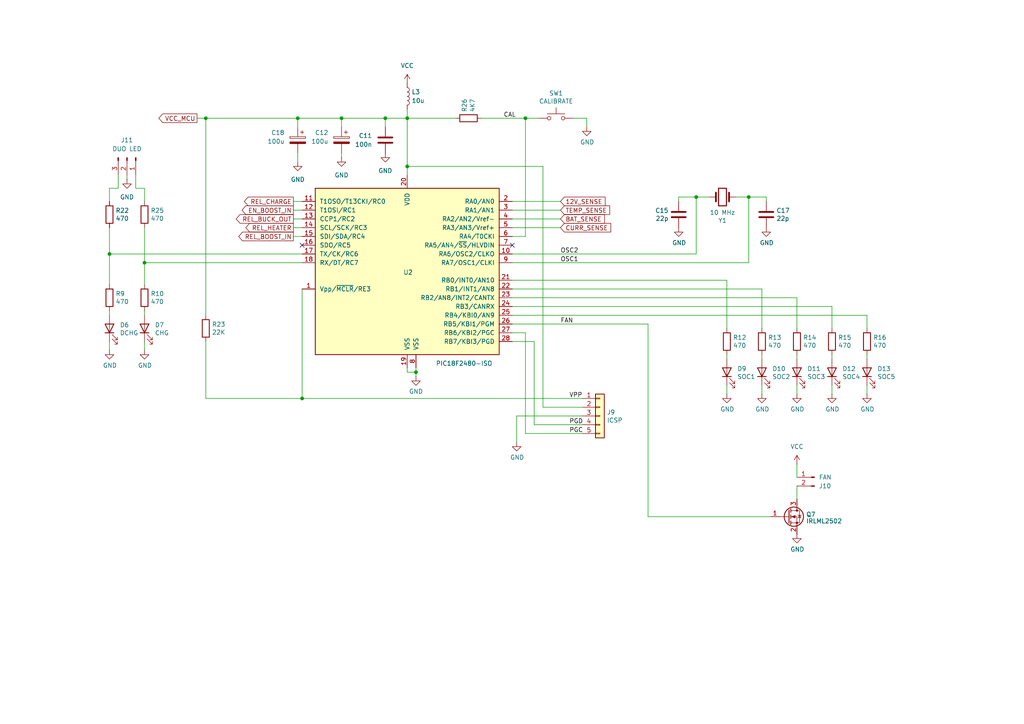
<source format=kicad_sch>
(kicad_sch (version 20231120) (generator "eeschema") (generator_version "8.0")
  (paper "A4")
  (title_block (date "2025-01-05") (rev "1.2"))
  (lib_symbols
    (symbol "Connector:Conn_01x02_Pin" (pin_names (offset 1.016) hide)
      (property "Reference" "J" (at 0 2.54 0))
      (property "Value" "Conn_01x02_Pin" (at 0 -5.08 0))
      (symbol "Conn_01x02_Pin_1_1"
        (polyline (pts (xy 1.27 -2.54) (xy 0.8636 -2.54)) (stroke (width 0.1524)))
        (polyline (pts (xy 1.27 0) (xy 0.8636 0)) (stroke (width 0.1524)))
        (rectangle (start 0.8636 -2.413) (end 0 -2.667) (stroke (width 0.1524)) (fill (type outline)))
        (rectangle (start 0.8636 0.127) (end 0 -0.127) (stroke (width 0.1524)) (fill (type outline)))
        (pin passive line (at 5.08 0 180) (length 3.81) (name "Pin_1") (number "1"))
        (pin passive line (at 5.08 -2.54 180) (length 3.81) (name "Pin_2") (number "2"))
      )
    )
    (symbol "Connector:Conn_01x03_Pin" (pin_names (offset 1.016) hide)
      (property "Reference" "J" (at 0 5.08 0))
      (property "Value" "Conn_01x03_Pin" (at 0 -5.08 0))
      (symbol "Conn_01x03_Pin_1_1"
        (polyline (pts (xy 1.27 -2.54) (xy 0.8636 -2.54)) (stroke (width 0.1524)))
        (polyline (pts (xy 1.27 0) (xy 0.8636 0)) (stroke (width 0.1524)))
        (polyline (pts (xy 1.27 2.54) (xy 0.8636 2.54)) (stroke (width 0.1524)))
        (rectangle (start 0.8636 -2.413) (end 0 -2.667) (stroke (width 0.1524)) (fill (type outline)))
        (rectangle (start 0.8636 0.127) (end 0 -0.127) (stroke (width 0.1524)) (fill (type outline)))
        (rectangle (start 0.8636 2.667) (end 0 2.413) (stroke (width 0.1524)) (fill (type outline)))
        (pin passive line (at 5.08 2.54 180) (length 3.81) (name "Pin_1") (number "1"))
        (pin passive line (at 5.08 0 180) (length 3.81) (name "Pin_2") (number "2"))
        (pin passive line (at 5.08 -2.54 180) (length 3.81) (name "Pin_3") (number "3"))
      )
    )
    (symbol "Connector_Generic:Conn_01x05" (pin_names (offset 1.016) hide)
      (property "Reference" "J" (at 0 7.62 0))
      (property "Value" "Conn_01x05" (at 0 -7.62 0))
      (symbol "Conn_01x05_1_1"
        (rectangle (start -1.27 -4.953) (end 0 -5.207) (stroke (width 0.1524)))
        (rectangle (start -1.27 -2.413) (end 0 -2.667) (stroke (width 0.1524)))
        (rectangle (start -1.27 0.127) (end 0 -0.127) (stroke (width 0.1524)))
        (rectangle (start -1.27 2.667) (end 0 2.413) (stroke (width 0.1524)))
        (rectangle (start -1.27 5.207) (end 0 4.953) (stroke (width 0.1524)))
        (rectangle (start -1.27 6.35) (end 1.27 -6.35) (stroke (width 0.254)) (fill (type background)))
        (pin passive line (at -5.08 5.08 0) (length 3.81) (name "Pin_1") (number "1"))
        (pin passive line (at -5.08 2.54 0) (length 3.81) (name "Pin_2") (number "2"))
        (pin passive line (at -5.08 0 0) (length 3.81) (name "Pin_3") (number "3"))
        (pin passive line (at -5.08 -2.54 0) (length 3.81) (name "Pin_4") (number "4"))
        (pin passive line (at -5.08 -5.08 0) (length 3.81) (name "Pin_5") (number "5"))
      )
    )
    (symbol "Device:C" (pin_numbers hide) (pin_names (offset 0.254))
      (property "Reference" "C" (at 0.635 2.54 0))
      (property "Value" "C" (at 0.635 -2.54 0))
      (symbol "C_0_1"
        (polyline (pts (xy -2.032 -0.762) (xy 2.032 -0.762)) (stroke (width 0.508)))
        (polyline (pts (xy -2.032 0.762) (xy 2.032 0.762)) (stroke (width 0.508)))
      )
      (symbol "C_1_1"
        (pin passive line (at 0 3.81 270) (length 2.794) (name "~") (number "1"))
        (pin passive line (at 0 -3.81 90) (length 2.794) (name "~") (number "2"))
      )
    )
    (symbol "Device:C_Polarized" (pin_numbers hide) (pin_names (offset 0.254))
      (property "Reference" "C" (at 0.635 2.54 0))
      (property "Value" "C_Polarized" (at 0.635 -2.54 0))
      (symbol "C_Polarized_0_1"
        (rectangle (start -2.286 0.508) (end 2.286 1.016))
        (polyline (pts (xy -1.778 2.286) (xy -0.762 2.286)))
        (polyline (pts (xy -1.27 2.794) (xy -1.27 1.778)))
        (rectangle (start 2.286 -0.508) (end -2.286 -1.016) (fill (type outline)))
      )
      (symbol "C_Polarized_1_1"
        (pin passive line (at 0 3.81 270) (length 2.794) (name "~") (number "1"))
        (pin passive line (at 0 -3.81 90) (length 2.794) (name "~") (number "2"))
      )
    )
    (symbol "Device:Crystal" (pin_numbers hide) (pin_names (offset 1.016) hide)
      (property "Reference" "Y" (at 0 3.81 0))
      (property "Value" "Crystal" (at 0 -3.81 0))
      (symbol "Crystal_0_1"
        (rectangle (start -1.143 2.54) (end 1.143 -2.54) (stroke (width 0.3048)))
        (polyline (pts (xy -2.54 0) (xy -1.905 0)))
        (polyline (pts (xy -1.905 -1.27) (xy -1.905 1.27)) (stroke (width 0.508)))
        (polyline (pts (xy 1.905 -1.27) (xy 1.905 1.27)) (stroke (width 0.508)))
        (polyline (pts (xy 2.54 0) (xy 1.905 0)))
      )
      (symbol "Crystal_1_1"
        (pin passive line (at -3.81 0 0) (length 1.27) (name "1") (number "1"))
        (pin passive line (at 3.81 0 180) (length 1.27) (name "2") (number "2"))
      )
    )
    (symbol "Device:L" (pin_numbers hide) (pin_names (offset 1.016) hide)
      (property "Reference" "L" (at -1.27 0 90))
      (property "Value" "L" (at 1.905 0 90))
      (symbol "L_0_1"
        (arc (start 0 -2.54) (mid 0.6323 -1.905) (end 0 -1.27))
        (arc (start 0 -1.27) (mid 0.6323 -0.635) (end 0 0))
        (arc (start 0 0) (mid 0.6323 0.635) (end 0 1.27))
        (arc (start 0 1.27) (mid 0.6323 1.905) (end 0 2.54))
      )
      (symbol "L_1_1"
        (pin passive line (at 0 3.81 270) (length 1.27) (name "1") (number "1"))
        (pin passive line (at 0 -3.81 90) (length 1.27) (name "2") (number "2"))
      )
    )
    (symbol "Device:LED" (pin_numbers hide) (pin_names (offset 1.016) hide)
      (property "Reference" "D" (at 0 2.54 0))
      (property "Value" "LED" (at 0 -2.54 0))
      (symbol "LED_0_1"
        (polyline (pts (xy -1.27 -1.27) (xy -1.27 1.27)) (stroke (width 0.254)))
        (polyline (pts (xy -1.27 0) (xy 1.27 0)))
        (polyline (pts (xy 1.27 -1.27) (xy 1.27 1.27) (xy -1.27 0) (xy 1.27 -1.27)) (stroke (width 0.254)))
        (polyline (pts (xy -3.048 -0.762) (xy -4.572 -2.286) (xy -3.81 -2.286) (xy -4.572 -2.286) (xy -4.572 -1.524)))
        (polyline (pts (xy -1.778 -0.762) (xy -3.302 -2.286) (xy -2.54 -2.286) (xy -3.302 -2.286) (xy -3.302 -1.524)))
      )
      (symbol "LED_1_1"
        (pin passive line (at -3.81 0 0) (length 2.54) (name "K") (number "1"))
        (pin passive line (at 3.81 0 180) (length 2.54) (name "A") (number "2"))
      )
    )
    (symbol "Device:R" (pin_numbers hide) (pin_names (offset 0))
      (property "Reference" "R" (at 2.032 0 90))
      (property "Value" "R" (at 0 0 90))
      (symbol "R_0_1"
        (rectangle (start -1.016 -2.54) (end 1.016 2.54) (stroke (width 0.254)))
      )
      (symbol "R_1_1"
        (pin passive line (at 0 3.81 270) (length 1.27) (name "~") (number "1"))
        (pin passive line (at 0 -3.81 90) (length 1.27) (name "~") (number "2"))
      )
    )
    (symbol "Switch:SW_Push" (pin_numbers hide) (pin_names (offset 1.016) hide)
      (property "Reference" "SW" (at 1.27 2.54 0))
      (property "Value" "SW_Push" (at 0 -1.524 0))
      (symbol "SW_Push_0_1"
        (circle (center -2.032 0) (radius 0.508))
        (polyline (pts (xy 0 1.27) (xy 0 3.048)))
        (polyline (pts (xy 2.54 1.27) (xy -2.54 1.27)))
        (circle (center 2.032 0) (radius 0.508))
        (pin passive line (at -5.08 0 0) (length 2.54) (name "1") (number "1"))
        (pin passive line (at 5.08 0 180) (length 2.54) (name "2") (number "2"))
      )
    )
    (symbol "Transistor_FET:BSS138" (pin_names hide)
      (property "Reference" "Q" (at 5.08 1.905 0))
      (property "Value" "BSS138" (at 5.08 0 0))
      (symbol "BSS138_0_1"
        (polyline (pts (xy 0.254 0) (xy -2.54 0)))
        (polyline (pts (xy 0.254 1.905) (xy 0.254 -1.905)) (stroke (width 0.254)))
        (polyline (pts (xy 0.762 -1.27) (xy 0.762 -2.286)) (stroke (width 0.254)))
        (polyline (pts (xy 0.762 0.508) (xy 0.762 -0.508)) (stroke (width 0.254)))
        (polyline (pts (xy 0.762 2.286) (xy 0.762 1.27)) (stroke (width 0.254)))
        (polyline (pts (xy 2.54 2.54) (xy 2.54 1.778)))
        (polyline (pts (xy 2.54 -2.54) (xy 2.54 0) (xy 0.762 0)))
        (polyline (pts (xy 0.762 -1.778) (xy 3.302 -1.778) (xy 3.302 1.778) (xy 0.762 1.778)))
        (polyline (pts (xy 1.016 0) (xy 2.032 0.381) (xy 2.032 -0.381) (xy 1.016 0)) (fill (type outline)))
        (polyline (pts (xy 2.794 0.508) (xy 2.921 0.381) (xy 3.683 0.381) (xy 3.81 0.254)))
        (polyline (pts (xy 3.302 0.381) (xy 2.921 -0.254) (xy 3.683 -0.254) (xy 3.302 0.381)))
        (circle (center 1.651 0) (radius 2.794) (stroke (width 0.254)))
        (circle (center 2.54 -1.778) (radius 0.254) (fill (type outline)))
        (circle (center 2.54 1.778) (radius 0.254) (fill (type outline)))
      )
      (symbol "BSS138_1_1"
        (pin input line (at -5.08 0 0) (length 2.54) (name "G") (number "1"))
        (pin passive line (at 2.54 -5.08 90) (length 2.54) (name "S") (number "2"))
        (pin passive line (at 2.54 5.08 270) (length 2.54) (name "D") (number "3"))
      )
    )
    (symbol "power:GND" (power) (pin_numbers hide) (pin_names (offset 0) hide)
      (property "Value" "GND" (at 0 -3.81 0))
      (symbol "GND_0_1"
        (polyline (pts (xy 0 0) (xy 0 -1.27) (xy 1.27 -1.27) (xy 0 -2.54) (xy -1.27 -1.27) (xy 0 -1.27)))
      )
      (symbol "GND_1_1"
        (pin power_in line (at 0 0 270) (length 0) (name "~") (number "1"))
      )
    )
    (symbol "power:VCC" (power) (pin_numbers hide) (pin_names (offset 0) hide)
      (property "Value" "VCC" (at 0 3.556 0))
      (symbol "VCC_0_1"
        (polyline (pts (xy -0.762 1.27) (xy 0 2.54)))
        (polyline (pts (xy 0 0) (xy 0 2.54)))
        (polyline (pts (xy 0 2.54) (xy 0.762 1.27)))
      )
      (symbol "VCC_1_1"
        (pin power_in line (at 0 0 90) (length 0) (name "~") (number "1"))
      )
    )
    (symbol "spetry:PIC18F2480-ISO" (pin_names (offset 1.27))
      (property "Reference" "U" (at -25.4 25.4 0))
      (property "Value" "PIC18F2480-ISO" (at 16.51 -25.4 0))
      (symbol "PIC18F2480-ISO_0_1"
        (rectangle (start -26.67 24.13) (end 26.67 -24.13) (stroke (width 0.254)) (fill (type background)))
      )
      (symbol "PIC18F2480-ISO_1_1"
        (pin input line (at 30.48 -5.08 180) (length 3.81) (name "Vpp/~{MCLR}/RE3") (number "1"))
        (pin output line (at -30.48 5.08 0) (length 3.81) (name "RA6/OSC2/CLKO") (number "10"))
        (pin bidirectional line (at 30.48 20.32 180) (length 3.81) (name "T1OSO/T13CKI/RC0") (number "11"))
        (pin bidirectional line (at 30.48 17.78 180) (length 3.81) (name "T1OSI/RC1") (number "12"))
        (pin bidirectional line (at 30.48 15.24 180) (length 3.81) (name "CCP1/RC2") (number "13"))
        (pin bidirectional line (at 30.48 12.7 180) (length 3.81) (name "SCL/SCK/RC3") (number "14"))
        (pin bidirectional line (at 30.48 10.16 180) (length 3.81) (name "SDI/SDA/RC4") (number "15"))
        (pin bidirectional line (at 30.48 7.62 180) (length 3.81) (name "SDO/RC5") (number "16"))
        (pin bidirectional line (at 30.48 5.08 180) (length 3.81) (name "TX/CK/RC6") (number "17"))
        (pin bidirectional line (at 30.48 2.54 180) (length 3.81) (name "RX/DT/RC7") (number "18"))
        (pin power_in line (at 0 -27.94 90) (length 3.81) (name "VSS") (number "19"))
        (pin bidirectional line (at -30.48 20.32 0) (length 3.81) (name "RA0/AN0") (number "2"))
        (pin power_in line (at 0 27.94 270) (length 3.81) (name "VDD") (number "20"))
        (pin bidirectional line (at -30.48 -2.54 0) (length 3.81) (name "RB0/INT0/AN10") (number "21"))
        (pin bidirectional line (at -30.48 -5.08 0) (length 3.81) (name "RB1/INT1/AN8") (number "22"))
        (pin bidirectional line (at -30.48 -7.62 0) (length 3.81) (name "RB2/AN8/INT2/CANTX") (number "23"))
        (pin bidirectional line (at -30.48 -10.16 0) (length 3.81) (name "RB3/CANRX") (number "24"))
        (pin bidirectional line (at -30.48 -12.7 0) (length 3.81) (name "RB4/KBI0/AN9") (number "25"))
        (pin bidirectional line (at -30.48 -15.24 0) (length 3.81) (name "RB5/KBI1/PGM") (number "26"))
        (pin bidirectional line (at -30.48 -17.78 0) (length 3.81) (name "RB6/KBI2/PGC") (number "27"))
        (pin bidirectional line (at -30.48 -20.32 0) (length 3.81) (name "RB7/KBI3/PGD") (number "28"))
        (pin bidirectional line (at -30.48 17.78 0) (length 3.81) (name "RA1/AN1") (number "3"))
        (pin bidirectional line (at -30.48 15.24 0) (length 3.81) (name "RA2/AN2/Vref-") (number "4"))
        (pin bidirectional line (at -30.48 12.7 0) (length 3.81) (name "RA3/AN3/Vref+") (number "5"))
        (pin bidirectional line (at -30.48 10.16 0) (length 3.81) (name "RA4/T0CKI") (number "6"))
        (pin bidirectional line (at -30.48 7.62 0) (length 3.81) (name "RA5/AN4/~{SS}/HLVDIN") (number "7"))
        (pin power_in line (at -2.54 -27.94 90) (length 3.81) (name "VSS") (number "8"))
        (pin input line (at -30.48 2.54 0) (length 3.81) (name "RA7/OSC1/CLKI") (number "9"))
      )
    )
  )
  (junction (at 86.36 34.29))
  (junction (at 59.69 34.29))
  (junction (at 41.91 76.2))
  (junction (at 217.17 57.15))
  (junction (at 152.4 34.29))
  (junction (at 31.75 73.66))
  (junction (at 118.11 48.26))
  (junction (at 99.06 34.29))
  (junction (at 201.93 57.15))
  (junction (at 120.65 107.95))
  (junction (at 118.11 34.29))
  (junction (at 111.76 34.29))
  (junction (at 87.63 115.57))
  (no_connect (at 148.59 71.12))
  (no_connect (at 87.63 71.12))
  (wire (pts (xy 39.37 54.61) (xy 39.37 50.8)))
  (wire (pts (xy 86.36 34.29) (xy 99.06 34.29)))
  (wire (pts (xy 31.75 91.44) (xy 31.75 90.17)))
  (wire (pts (xy 231.14 95.25) (xy 231.14 86.36)))
  (wire (pts (xy 231.14 86.36) (xy 148.59 86.36)))
  (wire (pts (xy 118.11 48.26) (xy 157.48 48.26)))
  (wire (pts (xy 86.36 44.45) (xy 86.36 46.99)))
  (wire (pts (xy 241.3 95.25) (xy 241.3 88.9)))
  (wire (pts (xy 86.36 34.29) (xy 86.36 36.83)))
  (wire (pts (xy 231.14 140.97) (xy 231.14 144.78)))
  (wire (pts (xy 157.48 48.26) (xy 157.48 118.11)))
  (wire (pts (xy 120.65 107.95) (xy 120.65 109.22)))
  (wire (pts (xy 99.06 44.45) (xy 99.06 45.72)))
  (wire (pts (xy 31.75 101.6) (xy 31.75 99.06)))
  (wire (pts (xy 210.82 104.14) (xy 210.82 102.87)))
  (wire (pts (xy 31.75 73.66) (xy 87.63 73.66)))
  (wire (pts (xy 41.91 58.42) (xy 41.91 54.61)))
  (wire (pts (xy 148.59 76.2) (xy 217.17 76.2)))
  (wire (pts (xy 118.11 34.29) (xy 118.11 48.26)))
  (wire (pts (xy 111.76 34.29) (xy 111.76 36.83)))
  (wire (pts (xy 111.76 34.29) (xy 118.11 34.29)))
  (wire (pts (xy 152.4 34.29) (xy 156.21 34.29)))
  (wire (pts (xy 59.69 99.06) (xy 59.69 115.57)))
  (wire (pts (xy 231.14 134.62) (xy 231.14 138.43)))
  (wire (pts (xy 85.09 66.04) (xy 87.63 66.04)))
  (wire (pts (xy 168.91 120.65) (xy 149.86 120.65)))
  (wire (pts (xy 34.29 50.8) (xy 34.29 54.61)))
  (wire (pts (xy 170.18 34.29) (xy 170.18 36.83)))
  (wire (pts (xy 41.91 91.44) (xy 41.91 90.17)))
  (wire (pts (xy 152.4 125.73) (xy 152.4 96.52)))
  (wire (pts (xy 148.59 60.96) (xy 162.56 60.96)))
  (wire (pts (xy 152.4 34.29) (xy 152.4 68.58)))
  (wire (pts (xy 139.7 34.29) (xy 152.4 34.29)))
  (wire (pts (xy 149.86 120.65) (xy 149.86 128.27)))
  (wire (pts (xy 222.25 57.15) (xy 222.25 58.42)))
  (wire (pts (xy 187.96 93.98) (xy 148.59 93.98)))
  (wire (pts (xy 217.17 57.15) (xy 217.17 76.2)))
  (wire (pts (xy 59.69 34.29) (xy 86.36 34.29)))
  (wire (pts (xy 168.91 115.57) (xy 87.63 115.57)))
  (wire (pts (xy 251.46 114.3) (xy 251.46 111.76)))
  (wire (pts (xy 85.09 60.96) (xy 87.63 60.96)))
  (wire (pts (xy 217.17 57.15) (xy 222.25 57.15)))
  (wire (pts (xy 154.94 99.06) (xy 148.59 99.06)))
  (wire (pts (xy 59.69 91.44) (xy 59.69 34.29)))
  (wire (pts (xy 85.09 63.5) (xy 87.63 63.5)))
  (wire (pts (xy 31.75 66.04) (xy 31.75 73.66)))
  (wire (pts (xy 196.85 57.15) (xy 201.93 57.15)))
  (wire (pts (xy 231.14 114.3) (xy 231.14 111.76)))
  (wire (pts (xy 87.63 115.57) (xy 87.63 83.82)))
  (wire (pts (xy 118.11 31.75) (xy 118.11 34.29)))
  (wire (pts (xy 152.4 96.52) (xy 148.59 96.52)))
  (wire (pts (xy 99.06 34.29) (xy 111.76 34.29)))
  (wire (pts (xy 118.11 107.95) (xy 120.65 107.95)))
  (wire (pts (xy 201.93 57.15) (xy 201.93 73.66)))
  (wire (pts (xy 251.46 91.44) (xy 148.59 91.44)))
  (wire (pts (xy 210.82 114.3) (xy 210.82 111.76)))
  (wire (pts (xy 154.94 123.19) (xy 154.94 99.06)))
  (wire (pts (xy 85.09 68.58) (xy 87.63 68.58)))
  (wire (pts (xy 241.3 114.3) (xy 241.3 111.76)))
  (wire (pts (xy 118.11 106.68) (xy 118.11 107.95)))
  (wire (pts (xy 241.3 88.9) (xy 148.59 88.9)))
  (wire (pts (xy 220.98 114.3) (xy 220.98 111.76)))
  (wire (pts (xy 41.91 54.61) (xy 39.37 54.61)))
  (wire (pts (xy 41.91 101.6) (xy 41.91 99.06)))
  (wire (pts (xy 251.46 104.14) (xy 251.46 102.87)))
  (wire (pts (xy 41.91 66.04) (xy 41.91 76.2)))
  (wire (pts (xy 59.69 115.57) (xy 87.63 115.57)))
  (wire (pts (xy 118.11 48.26) (xy 118.11 50.8)))
  (wire (pts (xy 157.48 118.11) (xy 168.91 118.11)))
  (wire (pts (xy 152.4 125.73) (xy 168.91 125.73)))
  (wire (pts (xy 120.65 106.68) (xy 120.65 107.95)))
  (wire (pts (xy 31.75 54.61) (xy 34.29 54.61)))
  (wire (pts (xy 223.52 149.86) (xy 187.96 149.86)))
  (wire (pts (xy 99.06 36.83) (xy 99.06 34.29)))
  (wire (pts (xy 220.98 95.25) (xy 220.98 83.82)))
  (wire (pts (xy 251.46 95.25) (xy 251.46 91.44)))
  (wire (pts (xy 31.75 82.55) (xy 31.75 73.66)))
  (wire (pts (xy 210.82 81.28) (xy 148.59 81.28)))
  (wire (pts (xy 41.91 76.2) (xy 87.63 76.2)))
  (wire (pts (xy 148.59 73.66) (xy 201.93 73.66)))
  (wire (pts (xy 220.98 104.14) (xy 220.98 102.87)))
  (wire (pts (xy 148.59 58.42) (xy 162.56 58.42)))
  (wire (pts (xy 187.96 149.86) (xy 187.96 93.98)))
  (wire (pts (xy 36.83 50.8) (xy 36.83 52.07)))
  (wire (pts (xy 241.3 104.14) (xy 241.3 102.87)))
  (wire (pts (xy 210.82 95.25) (xy 210.82 81.28)))
  (wire (pts (xy 148.59 83.82) (xy 220.98 83.82)))
  (wire (pts (xy 217.17 57.15) (xy 213.36 57.15)))
  (wire (pts (xy 148.59 68.58) (xy 152.4 68.58)))
  (wire (pts (xy 231.14 104.14) (xy 231.14 102.87)))
  (wire (pts (xy 41.91 82.55) (xy 41.91 76.2)))
  (wire (pts (xy 154.94 123.19) (xy 168.91 123.19)))
  (wire (pts (xy 166.37 34.29) (xy 170.18 34.29)))
  (wire (pts (xy 196.85 58.42) (xy 196.85 57.15)))
  (wire (pts (xy 118.11 34.29) (xy 132.08 34.29)))
  (wire (pts (xy 57.15 34.29) (xy 59.69 34.29)))
  (wire (pts (xy 148.59 66.04) (xy 162.56 66.04)))
  (wire (pts (xy 31.75 58.42) (xy 31.75 54.61)))
  (wire (pts (xy 205.74 57.15) (xy 201.93 57.15)))
  (wire (pts (xy 148.59 63.5) (xy 162.56 63.5)))
  (wire (pts (xy 85.09 58.42) (xy 87.63 58.42)))
  (label "PGD" (at 165.1 123.19 0))
  (label "OSC1" (at 162.56 76.2 0))
  (label "VPP" (at 165.1 115.57 0))
  (label "OSC2" (at 162.56 73.66 0))
  (label "CAL" (at 146.05 34.29 0))
  (label "FAN" (at 162.56 93.98 0))
  (label "PGC" (at 165.1 125.73 0))
  (global_label "12V_SENSE" (shape input) (at 162.56 58.42 0) (property "Intersheetrefs" "${INTERSHEET_REFS}" (effects (hide yes))))
  (global_label "VCC_MCU" (shape output) (at 57.15 34.29 180) (property "Intersheetrefs" "${INTERSHEET_REFS}" (effects (hide yes))))
  (global_label "EN_BOOST_IN" (shape output) (at 85.09 60.96 180) (property "Intersheetrefs" "${INTERSHEET_REFS}" (effects (hide yes))))
  (global_label "REL_HEATER" (shape output) (at 85.09 66.04 180) (property "Intersheetrefs" "${INTERSHEET_REFS}" (effects (hide yes))))
  (global_label "CURR_SENSE" (shape input) (at 162.56 66.04 0) (property "Intersheetrefs" "${INTERSHEET_REFS}" (effects (hide yes))))
  (global_label "TEMP_SENSE" (shape input) (at 162.56 60.96 0) (property "Intersheetrefs" "${INTERSHEET_REFS}" (effects (hide yes))))
  (global_label "REL_BOOST_IN" (shape output) (at 85.09 68.58 180) (property "Intersheetrefs" "${INTERSHEET_REFS}" (effects (hide yes))))
  (global_label "REL_CHARGE" (shape output) (at 85.09 58.42 180) (property "Intersheetrefs" "${INTERSHEET_REFS}" (effects (hide yes))))
  (global_label "BAT_SENSE" (shape input) (at 162.56 63.5 0) (property "Intersheetrefs" "${INTERSHEET_REFS}" (effects (hide yes))))
  (global_label "REL_BUCK_OUT" (shape output) (at 85.09 63.5 180) (property "Intersheetrefs" "${INTERSHEET_REFS}" (effects (hide yes))))
  (symbol (lib_id "power:GND") (at 220.98 114.3 0) (unit 1)
    (property "Reference" "#PWR048" (effects (hide yes)))
    (property "Value" "GND" (at 221.107 118.6942 0))
  )
  (symbol (lib_id "Device:LED") (at 251.46 107.95 90) (unit 1)
    (property "Reference" "D13" (at 254.4572 106.9594 90) (effects (justify right)))
    (property "Value" "SOC5" (at 254.4572 109.2708 90) (effects (justify right)))
    (property "Footprint" "LED_SMD:LED_0805_2012Metric" (effects (hide yes)))
  )
  (symbol (lib_id "Device:L") (at 118.11 27.94 0) (unit 1)
    (property "Reference" "L3" (at 119.38 26.6699 0) (effects (justify left)))
    (property "Value" "10u" (at 119.38 29.2099 0) (effects (justify left)))
    (property "Footprint" "spetry:CD43" (effects (hide yes)))
    (property "Description" "Inductor" (effects (hide yes)))
  )
  (symbol (lib_id "Transistor_FET:BSS138") (at 228.6 149.86 0) (unit 1)
    (property "Reference" "Q7" (at 233.807 149.2163 0) (effects (justify left)))
    (property "Value" "IRLML2502" (at 233.807 151.1373 0) (effects (justify left)))
    (property "Footprint" "Package_TO_SOT_SMD:SOT-23" (effects (hide yes)))
    (property "Datasheet" "https://www.onsemi.com/pub/Collateral/BSS138-D.PDF" (effects (hide yes)))
  )
  (symbol (lib_id "power:GND") (at 251.46 114.3 0) (unit 1)
    (property "Reference" "#PWR051" (effects (hide yes)))
    (property "Value" "GND" (at 251.587 118.6942 0))
  )
  (symbol (lib_id "Connector_Generic:Conn_01x05") (at 173.99 120.65 0) (unit 1)
    (property "Reference" "J9" (at 176.022 119.5832 0) (effects (justify left)))
    (property "Value" "ICSP" (at 176.022 121.8946 0) (effects (justify left)))
    (property "Footprint" "Connector_PinHeader_2.54mm:PinHeader_1x05_P2.54mm_Vertical" (effects (hide yes)))
  )
  (symbol (lib_id "Device:R") (at 31.75 62.23 0) (unit 1)
    (property "Reference" "R22" (at 33.528 61.0616 0) (effects (justify left)))
    (property "Value" "470" (at 33.528 63.373 0) (effects (justify left)))
    (property "Footprint" "Resistor_SMD:R_0805_2012Metric" (effects (hide yes)))
  )
  (symbol (lib_id "power:GND") (at 36.83 52.07 0) (unit 1)
    (property "Reference" "#PWR042" (effects (hide yes)))
    (property "Value" "GND" (at 36.83 57.15 0))
    (property "Description" "Power symbol creates a global label with name \"GND\" , ground" (effects (hide yes)))
  )
  (symbol (lib_id "power:GND") (at 149.86 128.27 0) (unit 1)
    (property "Reference" "#PWR034" (effects (hide yes)))
    (property "Value" "GND" (at 149.987 132.6642 0))
  )
  (symbol (lib_id "power:GND") (at 231.14 154.94 0) (unit 1)
    (property "Reference" "#PWR039" (effects (hide yes)))
    (property "Value" "GND" (at 231.267 159.3342 0))
  )
  (symbol (lib_id "power:GND") (at 231.14 114.3 0) (unit 1)
    (property "Reference" "#PWR049" (effects (hide yes)))
    (property "Value" "GND" (at 231.267 118.6942 0))
  )
  (symbol (lib_id "Device:Crystal") (at 209.55 57.15 180) (unit 1)
    (property "Reference" "Y1" (at 209.55 63.9572 0))
    (property "Value" "10 MHz" (at 209.55 61.6458 0))
    (property "Footprint" "Crystal:Crystal_HC18-U_Vertical" (effects (hide yes)))
  )
  (symbol (lib_id "Device:LED") (at 231.14 107.95 90) (unit 1)
    (property "Reference" "D11" (at 234.1372 106.9594 90) (effects (justify right)))
    (property "Value" "SOC3" (at 234.1372 109.2708 90) (effects (justify right)))
    (property "Footprint" "LED_SMD:LED_0805_2012Metric" (effects (hide yes)))
  )
  (symbol (lib_id "power:GND") (at 41.91 101.6 0) (unit 1)
    (property "Reference" "#PWR045" (effects (hide yes)))
    (property "Value" "GND" (at 42.037 105.9942 0))
  )
  (symbol (lib_id "Device:R") (at 41.91 86.36 0) (unit 1)
    (property "Reference" "R10" (at 43.688 85.1916 0) (effects (justify left)))
    (property "Value" "470" (at 43.688 87.503 0) (effects (justify left)))
    (property "Footprint" "Resistor_SMD:R_0805_2012Metric" (effects (hide yes)))
  )
  (symbol (lib_id "Device:R") (at 41.91 62.23 0) (unit 1)
    (property "Reference" "R25" (at 43.688 61.0616 0) (effects (justify left)))
    (property "Value" "470" (at 43.688 63.373 0) (effects (justify left)))
    (property "Footprint" "Resistor_SMD:R_0805_2012Metric" (effects (hide yes)))
  )
  (symbol (lib_id "Device:C") (at 196.85 62.23 0) (mirror y) (unit 1)
    (property "Reference" "C15" (at 193.929 61.0616 0) (effects (justify left)))
    (property "Value" "22p" (at 193.929 63.373 0) (effects (justify left)))
    (property "Footprint" "Capacitor_SMD:C_0805_2012Metric" (effects (hide yes)))
  )
  (symbol (lib_id "power:GND") (at 111.76 44.45 0) (unit 1)
    (property "Reference" "#PWR032" (effects (hide yes)))
    (property "Value" "GND" (at 111.76 49.53 0))
    (property "Description" "Power symbol creates a global label with name \"GND\" , ground" (effects (hide yes)))
  )
  (symbol (lib_id "Device:R") (at 135.89 34.29 90) (unit 1)
    (property "Reference" "R26" (at 134.7216 32.512 0) (effects (justify left)))
    (property "Value" "4K7" (at 137.033 32.512 0) (effects (justify left)))
    (property "Footprint" "Resistor_SMD:R_0805_2012Metric" (effects (hide yes)))
  )
  (symbol (lib_id "Device:C_Polarized") (at 99.06 40.64 0) (mirror y) (unit 1)
    (property "Reference" "C12" (at 95.25 38.4809 0) (effects (justify left)))
    (property "Value" "100u" (at 95.25 41.0209 0) (effects (justify left)))
    (property "Footprint" "Capacitor_THT:CP_Radial_D5.0mm_P2.50mm" (effects (hide yes)))
    (property "Description" "Polarized capacitor" (effects (hide yes)))
  )
  (symbol (lib_id "power:GND") (at 196.85 66.04 0) (unit 1)
    (property "Reference" "#PWR041" (effects (hide yes)))
    (property "Value" "GND" (at 196.977 70.4342 0))
  )
  (symbol (lib_id "power:GND") (at 170.18 36.83 0) (unit 1)
    (property "Reference" "#PWR012" (effects (hide yes)))
    (property "Value" "GND" (at 170.307 41.2242 0))
  )
  (symbol (lib_id "Device:LED") (at 31.75 95.25 90) (unit 1)
    (property "Reference" "D6" (at 34.7472 94.2594 90) (effects (justify right)))
    (property "Value" "DCHG" (at 34.7472 96.5708 90) (effects (justify right)))
    (property "Footprint" "LED_SMD:LED_0805_2012Metric" (effects (hide yes)))
  )
  (symbol (lib_id "Device:LED") (at 41.91 95.25 90) (unit 1)
    (property "Reference" "D7" (at 44.9072 94.2594 90) (effects (justify right)))
    (property "Value" "CHG" (at 44.9072 96.5708 90) (effects (justify right)))
    (property "Footprint" "LED_SMD:LED_0805_2012Metric" (effects (hide yes)))
  )
  (symbol (lib_id "Device:C") (at 111.76 40.64 0) (mirror y) (unit 1)
    (property "Reference" "C11" (at 107.95 39.3699 0) (effects (justify left)))
    (property "Value" "100n" (at 107.95 41.9099 0) (effects (justify left)))
    (property "Footprint" "Capacitor_SMD:C_0805_2012Metric" (effects (hide yes)))
    (property "Description" "Unpolarized capacitor" (effects (hide yes)))
  )
  (symbol (lib_id "power:GND") (at 241.3 114.3 0) (unit 1)
    (property "Reference" "#PWR050" (effects (hide yes)))
    (property "Value" "GND" (at 241.427 118.6942 0))
  )
  (symbol (lib_id "Device:R") (at 59.69 95.25 0) (unit 1)
    (property "Reference" "R23" (at 61.468 94.0816 0) (effects (justify left)))
    (property "Value" "22K" (at 61.468 96.393 0) (effects (justify left)))
    (property "Footprint" "Resistor_SMD:R_0805_2012Metric" (effects (hide yes)))
  )
  (symbol (lib_id "Device:LED") (at 210.82 107.95 90) (unit 1)
    (property "Reference" "D9" (at 213.8172 106.9594 90) (effects (justify right)))
    (property "Value" "SOC1" (at 213.8172 109.2708 90) (effects (justify right)))
    (property "Footprint" "LED_SMD:LED_0805_2012Metric" (effects (hide yes)))
  )
  (symbol (lib_id "spetry:PIC18F2480-ISO") (at 118.11 78.74 0) (mirror y) (unit 1)
    (property "Reference" "U2" (at 118.364 78.994 0))
    (property "Value" "PIC18F2480-ISO" (at 134.62 105.41 0))
    (property "Footprint" "Package_SO:SOIC-28W_7.5x17.9mm_P1.27mm" (effects (hide yes)))
    (property "Datasheet" "http://ww1.microchip.com/downloads/en/devicedoc/39632c.pdf" (effects (hide yes)))
  )
  (symbol (lib_id "power:GND") (at 210.82 114.3 0) (unit 1)
    (property "Reference" "#PWR047" (effects (hide yes)))
    (property "Value" "GND" (at 210.947 118.6942 0))
  )
  (symbol (lib_id "Connector:Conn_01x03_Pin") (at 36.83 45.72 270) (unit 1)
    (property "Reference" "J11" (at 36.83 40.64 90))
    (property "Value" "DUO LED" (at 36.83 43.18 90))
    (property "Footprint" "Connector_JST:JST_PH_B3B-PH-K_1x03_P2.00mm_Vertical" (effects (hide yes)))
    (property "Description" "Generic connector, single row, 01x03, script generated" (effects (hide yes)))
  )
  (symbol (lib_id "Device:R") (at 210.82 99.06 0) (unit 1)
    (property "Reference" "R12" (at 212.598 97.8916 0) (effects (justify left)))
    (property "Value" "470" (at 212.598 100.203 0) (effects (justify left)))
    (property "Footprint" "Resistor_SMD:R_0805_2012Metric" (effects (hide yes)))
  )
  (symbol (lib_id "power:GND") (at 31.75 101.6 0) (unit 1)
    (property "Reference" "#PWR044" (effects (hide yes)))
    (property "Value" "GND" (at 31.877 105.9942 0))
  )
  (symbol (lib_id "power:GND") (at 222.25 66.04 0) (unit 1)
    (property "Reference" "#PWR043" (effects (hide yes)))
    (property "Value" "GND" (at 222.377 70.4342 0))
  )
  (symbol (lib_id "Device:LED") (at 241.3 107.95 90) (unit 1)
    (property "Reference" "D12" (at 244.2972 106.9594 90) (effects (justify right)))
    (property "Value" "SOC4" (at 244.2972 109.2708 90) (effects (justify right)))
    (property "Footprint" "LED_SMD:LED_0805_2012Metric" (effects (hide yes)))
  )
  (symbol (lib_id "Device:C_Polarized") (at 86.36 40.64 0) (mirror y) (unit 1)
    (property "Reference" "C18" (at 82.55 38.4809 0) (effects (justify left)))
    (property "Value" "100u" (at 82.55 41.0209 0) (effects (justify left)))
    (property "Footprint" "Capacitor_THT:CP_Radial_D5.0mm_P2.50mm" (effects (hide yes)))
    (property "Description" "Polarized capacitor" (effects (hide yes)))
  )
  (symbol (lib_id "Device:LED") (at 220.98 107.95 90) (unit 1)
    (property "Reference" "D10" (at 223.9772 106.9594 90) (effects (justify right)))
    (property "Value" "SOC2" (at 223.9772 109.2708 90) (effects (justify right)))
    (property "Footprint" "LED_SMD:LED_0805_2012Metric" (effects (hide yes)))
  )
  (symbol (lib_id "power:GND") (at 120.65 109.22 0) (unit 1)
    (property "Reference" "#PWR031" (effects (hide yes)))
    (property "Value" "GND" (at 120.65 113.538 0))
    (property "Description" "Power symbol creates a global label with name \"GND\" , ground" (effects (hide yes)))
  )
  (symbol (lib_id "Device:R") (at 241.3 99.06 0) (unit 1)
    (property "Reference" "R15" (at 243.078 97.8916 0) (effects (justify left)))
    (property "Value" "470" (at 243.078 100.203 0) (effects (justify left)))
    (property "Footprint" "Resistor_SMD:R_0805_2012Metric" (effects (hide yes)))
  )
  (symbol (lib_id "Device:R") (at 31.75 86.36 0) (unit 1)
    (property "Reference" "R9" (at 33.528 85.1916 0) (effects (justify left)))
    (property "Value" "470" (at 33.528 87.503 0) (effects (justify left)))
    (property "Footprint" "Resistor_SMD:R_0805_2012Metric" (effects (hide yes)))
  )
  (symbol (lib_id "Switch:SW_Push") (at 161.29 34.29 0) (unit 1)
    (property "Reference" "SW1" (at 161.29 27.051 0))
    (property "Value" "CALIBRATE" (at 161.29 29.3624 0))
    (property "Footprint" "Button_Switch_SMD:SW_SPST_CK_RS282G05A3" (effects (hide yes)))
  )
  (symbol (lib_id "power:GND") (at 86.36 46.99 0) (unit 1)
    (property "Reference" "#PWR055" (effects (hide yes)))
    (property "Value" "GND" (at 86.36 52.07 0))
    (property "Description" "Power symbol creates a global label with name \"GND\" , ground" (effects (hide yes)))
  )
  (symbol (lib_id "Connector:Conn_01x02_Pin") (at 236.22 138.43 0) (mirror y) (unit 1)
    (property "Reference" "J10" (at 237.49 140.9701 0) (effects (justify right)))
    (property "Value" "FAN" (at 237.49 138.4301 0) (effects (justify right)))
    (property "Footprint" "Connector_JST:JST_XH_B2B-XH-A_1x02_P2.50mm_Vertical" (effects (hide yes)))
    (property "Description" "Generic connector, single row, 01x02, script generated" (effects (hide yes)))
  )
  (symbol (lib_id "Device:C") (at 222.25 62.23 0) (unit 1)
    (property "Reference" "C17" (at 225.171 61.0616 0) (effects (justify left)))
    (property "Value" "22p" (at 225.171 63.373 0) (effects (justify left)))
    (property "Footprint" "Capacitor_SMD:C_0805_2012Metric" (effects (hide yes)))
  )
  (symbol (lib_id "Device:R") (at 220.98 99.06 0) (unit 1)
    (property "Reference" "R13" (at 222.758 97.8916 0) (effects (justify left)))
    (property "Value" "470" (at 222.758 100.203 0) (effects (justify left)))
    (property "Footprint" "Resistor_SMD:R_0805_2012Metric" (effects (hide yes)))
  )
  (symbol (lib_id "power:VCC") (at 118.11 24.13 0) (unit 1)
    (property "Reference" "#PWR030" (effects (hide yes)))
    (property "Value" "VCC" (at 118.11 19.05 0))
    (property "Description" "Power symbol creates a global label with name \"VCC\"" (effects (hide yes)))
  )
  (symbol (lib_id "power:VCC") (at 231.14 134.62 0) (unit 1)
    (property "Reference" "#PWR040" (effects (hide yes)))
    (property "Value" "VCC" (at 231.14 129.54 0))
    (property "Description" "Power symbol creates a global label with name \"VCC\"" (effects (hide yes)))
  )
  (symbol (lib_id "Device:R") (at 251.46 99.06 0) (unit 1)
    (property "Reference" "R16" (at 253.238 97.8916 0) (effects (justify left)))
    (property "Value" "470" (at 253.238 100.203 0) (effects (justify left)))
    (property "Footprint" "Resistor_SMD:R_0805_2012Metric" (effects (hide yes)))
  )
  (symbol (lib_id "Device:R") (at 231.14 99.06 0) (unit 1)
    (property "Reference" "R14" (at 232.918 97.8916 0) (effects (justify left)))
    (property "Value" "470" (at 232.918 100.203 0) (effects (justify left)))
    (property "Footprint" "Resistor_SMD:R_0805_2012Metric" (effects (hide yes)))
  )
  (symbol (lib_id "power:GND") (at 99.06 45.72 0) (unit 1)
    (property "Reference" "#PWR053" (effects (hide yes)))
    (property "Value" "GND" (at 99.06 50.8 0))
    (property "Description" "Power symbol creates a global label with name \"GND\" , ground" (effects (hide yes)))
  )
)
</source>
